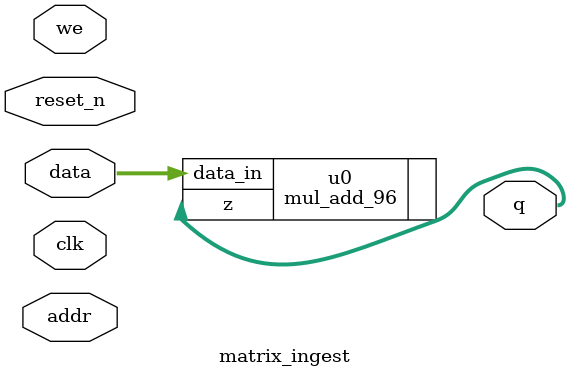
<source format=v>
module matrix_ingest 
#(parameter DATA_WIDTH=64, parameter ADDR_WIDTH=1)
(
	input [(DATA_WIDTH-1):0] data,
	input [(ADDR_WIDTH-1):0] addr,
	input we, clk, reset_n,
	output [(DATA_WIDTH-1):0] q
);
	

	reg [DATA_WIDTH-1:0] ram[2**ADDR_WIDTH-1:0];

	// Variable to hold the registered read address
	reg [ADDR_WIDTH-1:0] addr_reg;
	
	mul_add_96 u0 (
		.data_in (data),
		.z (q)
	);
	
	
	always @ (posedge clk or negedge reset_n)
	begin
		if (!reset_n) begin
			addr_reg <= {ADDR_WIDTH{1'b0}};
		end
		// Write
		else begin
			if (we) begin
				ram[addr] <= data;
			addr_reg <= addr;
			end
		end
	end

endmodule 
</source>
